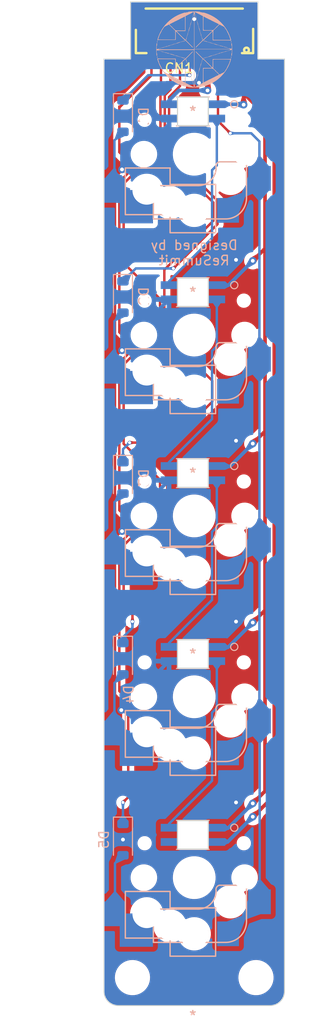
<source format=kicad_pcb>
(kicad_pcb (version 20221018) (generator pcbnew)
  (layers (0 "F.Cu" signal) (31 "B.Cu" signal) (34 "B.Paste" user) (35 "F.Paste" user) (36 "B.SilkS" user "B.Silkscreen") (37 "F.SilkS" user "F.Silkscreen") (38 "B.Mask" user) (39 "F.Mask" user) (44 "Edge.Cuts" user))
  (net 0 "")
  (net 1 "Net-(D1-A)")
  (net 2 "Net-(D2-A)")
  (net 3 "Net-(D3-A)")
  (net 4 "Net-(D4-A)")
  (net 5 "Net-(SW1B-DOUT)")
  (net 6 "GND")
  (net 7 "Net-(SW2B-DOUT)")
  (net 8 "Net-(SW3B-DOUT)")
  (net 9 "/Row1")
  (net 10 "/Row2")
  (net 11 "/Row3")
  (net 12 "/Row4")
  (net 13 "/RGB_In")
  (net 14 "/Col_In")
  (net 15 "/V+")
  (net 16 "/RGB_Out")
  (net 17 "/Row5")
  (net 18 "Net-(D5-A)")
  (net 19 "Net-(SW4B-DOUT)")
  (footprint "Seismos-libs:Switch_SK6812-E_Diode" (layer "F.Cu") (at 47 60)
    (fp_text reference "SW2" (at -0.142 -0.388 unlocked) (layer "F.SilkS"))
    (fp_text value "Switch_SK6812-E_Diode")
    (fp_text user "*" (at -0.15 -4.4958) (layer "B.SilkS") (effects (justify mirror)))
    (fp_rect (start -1.762 -5.9914) (end 1.478 -3.0046) (stroke (width 0.12)) (fill none) (layer "Edge.Cuts"))
    (pad "" np_thru_hole circle (at -5.3 0) (size 2.3 2.3) (drill 2.3) (layers "*.Cu" "*.Mask"))
    (pad "" np_thru_hole circle (at -5.22 -3.6158) (size 1 1) (drill 1) (layers "*.Cu" "*.Mask"))
    (pad "" np_thru_hole circle (at -5 3.8) (size 3 3) (drill 3) (layers "*.Cu" "*.Mask"))
    (pad "" np_thru_hole circle (at -2.54 5.08) (size 3 3) (drill 3) (layers "*.Cu" "*.Mask"))
    (pad "" np_thru_hole circle (at 0 0) (size 4 4) (drill 4) (layers "*.Cu" "*.Mask"))
    (pad "" np_thru_hole circle (at 0 5.9) (size 3 3) (drill 3) (layers "*.Cu" "*.Mask"))
    (pad "" np_thru_hole circle (at 3.81 2.54) (size 3 3) (drill 3) (layers "*.Cu" "*.Mask"))
    (pad "" np_thru_hole circle (at 5.22 -3.6158) (size 1 1) (drill 1) (layers "*.Cu" "*.Mask"))
    (pad "" np_thru_hole circle (at 5.3 0) (size 2.3 2.3) (drill 2.3) (layers "*.Cu" "*.Mask"))
    (pad "+1" smd rect (at 2.378 -5.2451) (size 1.75 0.8128) (layers "B.Cu" "B.Paste" "B.Mask") (net 15 "/V+"))
    (pad "CHOC1" smd rect (at -8.34 3.8) (size 2.3 2.6) (layers "B.Cu" "B.Paste" "B.Mask") (net 2 "Net-(D2-A)"))
    (pad "CHOC2" smd rect (at 3.56 5.9) (size 2.3 2.6) (layers "B.Cu" "B.Paste" "B.Mask") (net 14 "/Col_In"))
    (pad "DI1" smd rect (at -2.6519 -5.2451) (size 1.75 0.8128) (layers "B.Cu" "B.Paste" "B.Mask") (net 5 "Net-(SW1B-DOUT)"))
    (pad "DO1" smd rect (at 2.378 -3.7465) (size 1.75 0.8128) (layers "B.Cu" "B.Paste" "B.Mask") (net 7 "Net-(SW2B-DOUT)"))
    (pad "GND" smd rect (at -2.6519 -3.7465) (size 1.75 0.8128) (layers "B.Cu" "B.Paste" "B.Mask") (net 6 "GND"))
    (pad "MX1" smd rect (at -6.09 5.515) (size 3.5 3.5) (layers "B.Cu" "B.Paste" "B.Mask") (net 2 "Net-(D2-A)"))
    (pad "MX2" smd rect (at 6.86 2.54) (size 2.4 2.6) (layers "B.Cu" "B.Paste" "B.Mask") (net 14 "/Col_In"))
  )
  (footprint "Seismos-libs:Switch_SK6812-E_Diode" (layer "F.Cu") (at 47 41)
    (fp_text reference "SW1" (at -0.142 -0.388 unlocked) (layer "F.SilkS"))
    (fp_text value "Switch_SK6812-E_Diode")
    (fp_text user "*" (at -0.15 -4.4958) (layer "B.SilkS") (effects (justify mirror)))
    (fp_rect (start -1.762 -5.9914) (end 1.478 -3.0046) (stroke (width 0.12)) (fill none) (layer "Edge.Cuts"))
    (pad "" np_thru_hole circle (at -5.3 0) (size 2.3 2.3) (drill 2.3) (layers "*.Cu" "*.Mask"))
    (pad "" np_thru_hole circle (at -5.22 -3.6158) (size 1 1) (drill 1) (layers "*.Cu" "*.Mask"))
    (pad "" np_thru_hole circle (at -5 3.8) (size 3 3) (drill 3) (layers "*.Cu" "*.Mask"))
    (pad "" np_thru_hole circle (at -2.54 5.08) (size 3 3) (drill 3) (layers "*.Cu" "*.Mask"))
    (pad "" np_thru_hole circle (at 0 0) (size 4 4) (drill 4) (layers "*.Cu" "*.Mask"))
    (pad "" np_thru_hole circle (at 0 5.9) (size 3 3) (drill 3) (layers "*.Cu" "*.Mask"))
    (pad "" np_thru_hole circle (at 3.81 2.54) (size 3 3) (drill 3) (layers "*.Cu" "*.Mask"))
    (pad "" np_thru_hole circle (at 5.22 -3.6158) (size 1 1) (drill 1) (layers "*.Cu" "*.Mask"))
    (pad "" np_thru_hole circle (at 5.3 0) (size 2.3 2.3) (drill 2.3) (layers "*.Cu" "*.Mask"))
    (pad "+1" smd rect (at 2.378 -5.2451) (size 1.75 0.8128) (layers "B.Cu" "B.Paste" "B.Mask") (net 15 "/V+"))
    (pad "CHOC1" smd rect (at -8.34 3.8) (size 2.3 2.6) (layers "B.Cu" "B.Paste" "B.Mask") (net 1 "Net-(D1-A)"))
    (pad "CHOC2" smd rect (at 3.56 5.9) (size 2.3 2.6) (layers "B.Cu" "B.Paste" "B.Mask") (net 14 "/Col_In"))
    (pad "DI1" smd rect (at -2.6519 -5.2451) (size 1.75 0.8128) (layers "B.Cu" "B.Paste" "B.Mask") (net 13 "/RGB_In"))
    (pad "DO1" smd rect (at 2.378 -3.7465) (size 1.75 0.8128) (layers "B.Cu" "B.Paste" "B.Mask") (net 5 "Net-(SW1B-DOUT)"))
    (pad "GND" smd rect (at -2.6519 -3.7465) (size 1.75 0.8128) (layers "B.Cu" "B.Paste" "B.Mask") (net 6 "GND"))
    (pad "MX1" smd rect (at -6.09 5.515) (size 3.5 3.5) (layers "B.Cu" "B.Paste" "B.Mask") (net 1 "Net-(D1-A)"))
    (pad "MX2" smd rect (at 6.86 2.54) (size 2.4 2.6) (layers "B.Cu" "B.Paste" "B.Mask") (net 14 "/Col_In"))
  )
  (footprint "Seismos-libs:Switch_SK6812-E_Diode" (layer "F.Cu") (at 47 79)
    (fp_text reference "SW3" (at -0.142 -0.388 unlocked) (layer "F.SilkS"))
    (fp_text value "Switch_SK6812-E_Diode")
    (fp_text user "*" (at -0.15 -4.4958) (layer "B.SilkS") (effects (justify mirror)))
    (fp_rect (start -1.762 -5.9914) (end 1.478 -3.0046) (stroke (width 0.12)) (fill none) (layer "Edge.Cuts"))
    (pad "" np_thru_hole circle (at -5.3 0) (size 2.3 2.3) (drill 2.3) (layers "*.Cu" "*.Mask"))
    (pad "" np_thru_hole circle (at -5.22 -3.6158) (size 1 1) (drill 1) (layers "*.Cu" "*.Mask"))
    (pad "" np_thru_hole circle (at -5 3.8) (size 3 3) (drill 3) (layers "*.Cu" "*.Mask"))
    (pad "" np_thru_hole circle (at -2.54 5.08) (size 3 3) (drill 3) (layers "*.Cu" "*.Mask"))
    (pad "" np_thru_hole circle (at 0 0) (size 4 4) (drill 4) (layers "*.Cu" "*.Mask"))
    (pad "" np_thru_hole circle (at 0 5.9) (size 3 3) (drill 3) (layers "*.Cu" "*.Mask"))
    (pad "" np_thru_hole circle (at 3.81 2.54) (size 3 3) (drill 3) (layers "*.Cu" "*.Mask"))
    (pad "" np_thru_hole circle (at 5.22 -3.6158) (size 1 1) (drill 1) (layers "*.Cu" "*.Mask"))
    (pad "" np_thru_hole circle (at 5.3 0) (size 2.3 2.3) (drill 2.3) (layers "*.Cu" "*.Mask"))
    (pad "+1" smd rect (at 2.378 -5.2451) (size 1.75 0.8128) (layers "B.Cu" "B.Paste" "B.Mask") (net 15 "/V+"))
    (pad "CHOC1" smd rect (at -8.34 3.8) (size 2.3 2.6) (layers "B.Cu" "B.Paste" "B.Mask") (net 3 "Net-(D3-A)"))
    (pad "CHOC2" smd rect (at 3.56 5.9) (size 2.3 2.6) (layers "B.Cu" "B.Paste" "B.Mask") (net 14 "/Col_In"))
    (pad "DI1" smd rect (at -2.6519 -5.2451) (size 1.75 0.8128) (layers "B.Cu" "B.Paste" "B.Mask") (net 7 "Net-(SW2B-DOUT)"))
    (pad "DO1" smd rect (at 2.378 -3.7465) (size 1.75 0.8128) (layers "B.Cu" "B.Paste" "B.Mask") (net 8 "Net-(SW3B-DOUT)"))
    (pad "GND" smd rect (at -2.6519 -3.7465) (size 1.75 0.8128) (layers "B.Cu" "B.Paste" "B.Mask") (net 6 "GND"))
    (pad "MX1" smd rect (at -6.09 5.515) (size 3.5 3.5) (layers "B.Cu" "B.Paste" "B.Mask") (net 3 "Net-(D3-A)"))
    (pad "MX2" smd rect (at 6.86 2.54) (size 2.4 2.6) (layers "B.Cu" "B.Paste" "B.Mask") (net 14 "/Col_In"))
  )
  (footprint "Seismos-libs:Switch_SK6812-E_Diode" (layer "F.Cu") (at 47 98)
    (fp_text reference "SW4" (at -0.142 -0.388 unlocked) (layer "F.SilkS"))
    (fp_text value "Switch_SK6812-E_Diode")
    (fp_text user "*" (at -0.15 -4.4958) (layer "B.SilkS") (effects (justify mirror)))
    (fp_rect (start -1.762 -5.9914) (end 1.478 -3.0046) (stroke (width 0.12)) (fill none) (layer "Edge.Cuts"))
    (pad "" np_thru_hole circle (at -5.3 0) (size 2.3 2.3) (drill 2.3) (layers "*.Cu" "*.Mask"))
    (pad "" np_thru_hole circle (at -5.22 -3.6158) (size 1 1) (drill 1) (layers "*.Cu" "*.Mask"))
    (pad "" np_thru_hole circle (at -5 3.8) (size 3 3) (drill 3) (layers "*.Cu" "*.Mask"))
    (pad "" np_thru_hole circle (at -2.54 5.08) (size 3 3) (drill 3) (layers "*.Cu" "*.Mask"))
    (pad "" np_thru_hole circle (at 0 0) (size 4 4) (drill 4) (layers "*.Cu" "*.Mask"))
    (pad "" np_thru_hole circle (at 0 5.9) (size 3 3) (drill 3) (layers "*.Cu" "*.Mask"))
    (pad "" np_thru_hole circle (at 3.81 2.54) (size 3 3) (drill 3) (layers "*.Cu" "*.Mask"))
    (pad "" np_thru_hole circle (at 5.22 -3.6158) (size 1 1) (drill 1) (layers "*.Cu" "*.Mask"))
    (pad "" np_thru_hole circle (at 5.3 0) (size 2.3 2.3) (drill 2.3) (layers "*.Cu" "*.Mask"))
    (pad "+1" smd rect (at 2.378 -5.2451) (size 1.75 0.8128) (layers "B.Cu" "B.Paste" "B.Mask") (net 15 "/V+"))
    (pad "CHOC1" smd rect (at -8.34 3.8) (size 2.3 2.6) (layers "B.Cu" "B.Paste" "B.Mask") (net 4 "Net-(D4-A)"))
    (pad "CHOC2" smd rect (at 3.56 5.9) (size 2.3 2.6) (layers "B.Cu" "B.Paste" "B.Mask") (net 14 "/Col_In"))
    (pad "DI1" smd rect (at -2.6519 -5.2451) (size 1.75 0.8128) (layers "B.Cu" "B.Paste" "B.Mask") (net 8 "Net-(SW3B-DOUT)"))
    (pad "DO1" smd rect (at 2.378 -3.7465) (size 1.75 0.8128) (layers "B.Cu" "B.Paste" "B.Mask") (net 19 "Net-(SW4B-DOUT)"))
    (pad "GND" smd rect (at -2.6519 -3.7465) (size 1.75 0.8128) (layers "B.Cu" "B.Paste" "B.Mask") (net 6 "GND"))
    (pad "MX1" smd rect (at -6.09 5.515) (size 3.5 3.5) (layers "B.Cu" "B.Paste" "B.Mask") (net 4 "Net-(D4-A)"))
    (pad "MX2" smd rect (at 6.86 2.54) (size 2.4 2.6) (layers "B.Cu" "B.Paste" "B.Mask") (net 14 "/Col_In"))
  )
  (footprint "Seismos-libs:CONN-SMD_10P-P1.00_SM10B-SRSS-TB-LF-SN" (layer "F.Cu") (at 47 26.4 180)
    (fp_text reference "CN1" (at 0 -5.555) (layer "F.SilkS") (effects (justify right)))
    (fp_text value "SM10B-SRSS-TB_(LF)(SN)")
    (pad "1" smd rect (at -4.5 -4.286 180) (size 0.6 1.7) (layers "F.Cu" "F.Paste" "F.Mask") (net 16 "/RGB_Out"))
    (pad "2" smd rect (at -3.5 -4.286 180) (size 0.6 1.7) (layers "F.Cu" "F.Paste" "F.Mask") (net 15 "/V+"))
    (pad "3" smd rect (at -2.5 -4.285 180) (size 0.6 1.7) (layers "F.Cu" "F.Paste" "F.Mask") (net 14 "/Col_In"))
    (pad "4" smd rect (at -1.5 -4.285 180) (size 0.6 1.7) (layers "F.Cu" "F.Paste" "F.Mask") (net 13 "/RGB_In"))
    (pad "5" smd rect (at -0.5 -4.285 180) (size 0.6 1.7) (layers "F.Cu" "F.Paste" "F.Mask") (net 6 "GND"))
    (pad "6" smd rect (at 0.5 -4.285 180) (size 0.6 1.7) (layers "F.Cu" "F.Paste" "F.Mask") (net 9 "/Row1"))
    (pad "7" smd rect (at 1.5 -4.285 180) (size 0.6 1.7) (layers "F.Cu" "F.Paste" "F.Mask") (net 10 "/Row2"))
    (pad "8" smd rect (at 2.5 -4.285 180) (size 0.6 1.7) (layers "F.Cu" "F.Paste" "F.Mask") (net 11 "/Row3"))
    (pad "9" smd rect (at 3.5 -4.285 180) (size 0.6 1.7) (layers "F.Cu" "F.Paste" "F.Mask") (net 12 "/Row4"))
    (pad "10" smd rect (at 4.5 -4.285 180) (size 0.6 1.7) (layers "F.Cu" "F.Paste" "F.Mask") (net 17 "/Row5"))
    (pad "S1" smd rect (at -5.8 -0.41 180) (size 1.2 1.8) (layers "F.Cu" "F.Paste" "F.Mask") (net 6 "GND"))
    (pad "S2" smd rect (at 5.8 -0.41 180) (size 1.2 1.8) (layers "F.Cu" "F.Paste" "F.Mask") (net 6 "GND"))
  )
  (footprint "Seismos-libs:Hole_M3_3.2mm" (layer "F.Cu") (at 53.5 127.5)
    (fp_text reference "REF**")
    (fp_text value "Hole_M3_3.2mm")
    (pad "" np_thru_hole circle (at 0 0) (size 3.2 3.2) (drill 3.2) (layers "F&B.Cu" "*.Mask"))
  )
  (footprint "Seismos-libs:Hole_M3_3.2mm" (layer "F.Cu") (at 40.5 127.5)
    (fp_text reference "REF**")
    (fp_text value "Hole_M3_3.2mm")
    (pad "" np_thru_hole circle (at 0 0) (size 3.2 3.2) (drill 3.2) (layers "F&B.Cu" "*.Mask"))
  )
  (footprint "Seismos-libs:Switch_SK6812-E_Diode" (layer "F.Cu") (at 47 117)
    (fp_text reference "SW5" (at -0.142 -0.388 unlocked) (layer "F.SilkS"))
    (fp_text value "Switch_SK6812-E_Diode")
    (fp_text user "*" (at -0.15 14.5042) (layer "B.SilkS") (effects (justify mirror)))
    (fp_rect (start -1.762 -5.9914) (end 1.478 -3.0046) (stroke (width 0.12)) (fill none) (layer "Edge.Cuts"))
    (pad "" np_thru_hole circle (at -5.3 0) (size 2.3 2.3) (drill 2.3) (layers "*.Cu" "*.Mask"))
    (pad "" np_thru_hole circle (at -5.22 -3.6158) (size 1 1) (drill 1) (layers "*.Cu" "*.Mask"))
    (pad "" np_thru_hole circle (at -5 3.8) (size 3 3) (drill 3) (layers "*.Cu" "*.Mask"))
    (pad "" np_thru_hole circle (at -2.54 5.08) (size 3 3) (drill 3) (layers "*.Cu" "*.Mask"))
    (pad "" np_thru_hole circle (at 0 0) (size 4 4) (drill 4) (layers "*.Cu" "*.Mask"))
    (pad "" np_thru_hole circle (at 0 5.9) (size 3 3) (drill 3) (layers "*.Cu" "*.Mask"))
    (pad "" np_thru_hole circle (at 3.81 2.54) (size 3 3) (drill 3) (layers "*.Cu" "*.Mask"))
    (pad "" np_thru_hole circle (at 5.22 -3.6158) (size 1 1) (drill 1) (layers "*.Cu" "*.Mask"))
    (pad "" np_thru_hole circle (at 5.3 0) (size 2.3 2.3) (drill 2.3) (layers "*.Cu" "*.Mask"))
    (pad "+1" smd rect (at 2.378 -5.2451) (size 1.75 0.8128) (layers "B.Cu" "B.Paste" "B.Mask") (net 15 "/V+"))
    (pad "CHOC1" smd rect (at -8.34 3.8) (size 2.3 2.6) (layers "B.Cu" "B.Paste" "B.Mask") (net 18 "Net-(D5-A)"))
    (pad "CHOC2" smd rect (at 3.56 5.9) (size 2.3 2.6) (layers "B.Cu" "B.Paste" "B.Mask") (net 14 "/Col_In"))
    (pad "DI1" smd rect (at -2.6519 -5.2451) (size 1.75 0.8128) (layers "B.Cu" "B.Paste" "B.Mask") (net 19 "Net-(SW4B-DOUT)"))
    (pad "DO1" smd rect (at 2.378 -3.7465) (size 1.75 0.8128) (layers "B.Cu" "B.Paste" "B.Mask") (net 16 "/RGB_Out"))
    (pad "GND" smd rect (at -2.6519 -3.7465) (size 1.75 0.8128) (layers "B.Cu" "B.Paste" "B.Mask"))
    (pad "MX1" smd rect (at -6.09 5.515) (size 3.5 3.5) (layers "B.Cu" "B.Paste" "B.Mask") (net 18 "Net-(D5-A)"))
    (pad "MX2" smd rect (at 6.86 2.54) (size 2.4 2.6) (layers "B.Cu" "B.Paste" "B.Mask") (net 14 "/Col_In"))
  )
  (footprint "Diode_SMD:D_SOD-123" (layer "B.Cu") (at 39.5 56 -90)
    (fp_text reference "D2" (at -0.08 -2.2 -270) (layer "B.SilkS") (effects (justify mirror)))
    (fp_text value "1N4148W" hide)
    (pad "1" smd roundrect (at -1.65 0 270) (size 0.9 1.2) (layers "B.Cu" "B.Paste" "B.Mask") (net 10 "/Row2"))
    (pad "2" smd roundrect (at 1.65 0 270) (size 0.9 1.2) (layers "B.Cu" "B.Paste" "B.Mask") (net 2 "Net-(D2-A)"))
  )
  (footprint "Diode_SMD:D_SOD-123" (layer "B.Cu") (at 39.5 94 -90)
    (fp_text reference "D4" (at 3.75 -0.6 -270) (layer "B.SilkS") (effects (justify mirror)))
    (fp_text value "1N4148W" hide)
    (pad "1" smd roundrect (at -1.65 0 270) (size 0.9 1.2) (layers "B.Cu" "B.Paste" "B.Mask") (net 12 "/Row4"))
    (pad "2" smd roundrect (at 1.65 0 270) (size 0.9 1.2) (layers "B.Cu" "B.Paste" "B.Mask") (net 4 "Net-(D4-A)"))
  )
  (footprint "Diode_SMD:D_SOD-123" (layer "B.Cu") (at 39.5 37 -90)
    (fp_text reference "D1" (at 0.02 -2.19 -270) (layer "B.SilkS") (effects (justify mirror)))
    (fp_text value "1N4148W" hide)
    (pad "1" smd roundrect (at -1.65 0 270) (size 0.9 1.2) (layers "B.Cu" "B.Paste" "B.Mask") (net 9 "/Row1"))
    (pad "2" smd roundrect (at 1.65 0 270) (size 0.9 1.2) (layers "B.Cu" "B.Paste" "B.Mask") (net 1 "Net-(D1-A)"))
  )
  (footprint "Diode_SMD:D_SOD-123" (layer "B.Cu") (at 39.5 113 -90)
    (fp_text reference "D5" (at 0 2 90) (layer "B.SilkS") (effects (justify mirror)))
    (fp_text value "1N4148W")
    (pad "1" smd roundrect (at -1.65 0 270) (size 0.9 1.2) (layers "B.Cu" "B.Paste" "B.Mask") (net 17 "/Row5"))
    (pad "2" smd roundrect (at 1.65 0 270) (size 0.9 1.2) (layers "B.Cu" "B.Paste" "B.Mask") (net 18 "Net-(D5-A)"))
  )
  (footprint "Seismos-libs:ReSummit_Logo" (layer "B.Cu") (at 47 30 180)
    (fp_text reference "G***" hide)
    (fp_text value "LOGO" hide)
  )
  (footprint "Diode_SMD:D_SOD-123" (layer "B.Cu") (at 39.5 75 -90)
    (fp_text reference "D3" (at 0.02 -2.2 -270) (layer "B.SilkS") (effects (justify mirror)))
    (fp_text value "1N4148W" hide)
    (pad "1" smd roundrect (at -1.65 0 270) (size 0.9 1.2) (layers "B.Cu" "B.Paste" "B.Mask") (net 11 "/Row3"))
    (pad "2" smd roundrect (at 1.65 0 270) (size 0.9 1.2) (layers "B.Cu" "B.Paste" "B.Mask") (net 3 "Net-(D3-A)"))
  )
  (gr_line (start 37.5 128.93934) (end 37.5 31) (stroke (width 0.1)) (layer "Edge.Cuts"))
  (gr_line (start 55 130.43934) (end 39 130.43934) (stroke (width 0.1)) (layer "Edge.Cuts"))
  (gr_arc (start 39 130.43934) (mid 37.939326 130.000003) (end 37.5 128.93934) (stroke (width 0.1)) (layer "Edge.Cuts"))
  (gr_line locked (start 40.3 25) (end 40.3 31) (stroke (width 0.1)) (layer "Edge.Cuts"))
  (gr_line (start 37.5 31) (end 40.3 31) (stroke (width 0.1)) (layer "Edge.Cuts"))
  (gr_line (start 56.5 31) (end 53.7 31) (stroke (width 0.1)) (layer "Edge.Cuts"))
  (gr_arc (start 56.5 128.93934) (mid 56.060646 129.999974) (end 55 130.43934) (stroke (width 0.1)) (layer "Edge.Cuts"))
  (gr_line (start 56.5 31) (end 56.5 128.93934) (stroke (width 0.1)) (layer "Edge.Cuts"))
  (gr_line (start 53.7 31) (end 53.7 25) (stroke (width 0.1)) (layer "Edge.Cuts"))
  (gr_line (start 40.3 25) (end 53.7 25) (stroke (width 0.1)) (layer "Edge.Cuts"))
  (gr_text "Designed by\nReSummit" (at 47 52.75) (layer "B.SilkS") (effects (font (size 1 1)) (justify bottom mirror)))
  (segment (start 38.6 39.55) (end 38.6 44.205) (width 0.254) (layer "B.Cu") (net 1))
  (segment (start 39.5 38.65) (end 38.6 39.55) (width 0.254) (layer "B.Cu") (net 1))
  (segment (start 38.6 44.205) (end 40.91 46.515) (width 0.254) (layer "B.Cu") (net 1))
  (segment (start 38.6 58.55) (end 38.6 63.205) (width 0.254) (layer "B.Cu") (net 2))
  (segment (start 38.6 63.205) (end 40.91 65.515) (width 0.254) (layer "B.Cu") (net 2))
  (segment (start 39.5 57.65) (end 38.6 58.55) (width 0.254) (layer "B.Cu") (net 2))
  (segment (start 39.5 76.65) (end 38.6 77.55) (width 0.254) (layer "B.Cu") (net 3))
  (segment (start 38.6 77.55) (end 38.6 82.205) (width 0.254) (layer "B.Cu") (net 3))
  (segment (start 38.6 82.205) (end 40.91 84.515) (width 0.254) (layer "B.Cu") (net 3))
  (segment (start 38.6 101.205) (end 40.91 103.515) (width 0.254) (layer "B.Cu") (net 4))
  (segment (start 38.6 96.55) (end 38.6 101.205) (width 0.254) (layer "B.Cu") (net 4))
  (segment (start 39.5 95.65) (end 38.6 96.55) (width 0.254) (layer "B.Cu") (net 4))
  (segment (start 49.378 42.172) (end 48.877 42.673) (width 0.254) (layer "B.Cu") (net 5))
  (segment (start 49.378 37.2535) (end 49.378 42.172) (width 0.254) (layer "B.Cu") (net 5))
  (segment (start 44.3481 54.3485) (end 44.3481 54.7549) (width 0.254) (layer "B.Cu") (net 5))
  (segment (start 48.877 42.673) (end 48.877 49.8196) (width 0.254) (layer "B.Cu") (net 5))
  (segment (start 48.877 49.8196) (end 44.3481 54.3485) (width 0.254) (layer "B.Cu") (net 5))
  (segment (start 38.6 44.3) (end 38.6 60) (width 0.381) (layer "F.Cu") (net 6))
  (segment (start 41.2 26.81) (end 52.8 26.81) (width 0.381) (layer "F.Cu") (net 6))
  (segment (start 39.4 80.6) (end 39.4 79.6) (width 0.381) (layer "F.Cu") (net 6))
  (segment (start 47.5 30.685) (end 47.5 27.31) (width 0.381) (layer "F.Cu") (net 6))
  (segment (start 39.4 79.6) (end 38.6 78.8) (width 0.381) (layer "F.Cu") (net 6))
  (segment (start 38.6 60) (end 38.6 77.45) (width 0.381) (layer "F.Cu") (net 6))
  (segment (start 38.6 77.45) (end 38.6 78.8) (width 0.381) (layer "F.Cu") (net 6))
  (segment (start 39.3265 98.5265) (end 38.6 97.8) (width 0.381) (layer "F.Cu") (net 6))
  (segment (start 38.6 97.8) (end 38.6 78.8) (width 0.381) (layer "F.Cu") (net 6))
  (segment (start 38.6 44.3) (end 38.6 43.4) (width 0.381) (layer "F.Cu") (net 6))
  (segment (start 47.5 27.31) (end 47 26.81) (width 0.381) (layer "F.Cu") (net 6))
  (segment (start 39.4 60.8) (end 38.6 60) (width 0.381) (layer "F.Cu") (net 6))
  (segment (start 47.5 33.5) (end 47.5 30.685) (width 0.381) (layer "F.Cu") (net 6))
  (segment (start 39.4 61.6) (end 39.4 60.8) (width 0.381) (layer "F.Cu") (net 6))
  (segment (start 39.3265 99.4) (end 39.3265 98.5265) (width 0.381) (layer "F.Cu") (net 6))
  (segment (start 38.6 43.4) (end 39.4 42.6) (width 0.381) (layer "F.Cu") (net 6))
  (via (at 39.5 113) (size 0.8) (drill 0.4) (layers "F.Cu" "B.Cu") (net 6))
  (via (at 51.4 52.1) (size 0.8) (drill 0.4) (layers "F.Cu" "B.Cu") (net 6))
  (via (at 51.4 109.1) (size 0.8) (drill 0.4) (layers "F.Cu" "B.Cu") (net 6))
  (via (at 47.5 33.5) (size 0.8) (drill 0.4) (layers "F.Cu" "B.Cu") (net 6))
  (via (at 47 26.81) (size 0.8) (drill 0.4) (layers "F.Cu" "B.Cu") (net 6))
  (via (at 51.4 71.1) (size 0.8) (drill 0.4) (layers "F.Cu" "B.Cu") (net 6))
  (via (at 51.4 90.1) (size 0.8) (drill 0.4) (layers "F.Cu" "B.Cu") (net 6))
  (via (at 39.4 42.6) (size 0.8) (drill 0.4) (layers "F.Cu" "B.Cu") (net 6))
  (via (at 39.4 61.6) (size 0.8) (drill 0.4) (layers "F.Cu" "B.Cu") (net 6))
  (via (at 39.4 80.6) (size 0.8) (drill 0.4) (layers "F.Cu" "B.Cu") (net 6))
  (via (at 39.3265 99.4) (size 0.8) (drill 0.4) (layers "F.Cu" "B.Cu") (net 6))
  (segment (start 41.05 77.025) (end 39.4 78.675) (width 0.381) (layer "B.Cu") (net 6))
  (segment (start 44.1 33.5) (end 42.5 35.1) (width 0.381) (layer "B.Cu") (net 6))
  (segment (start 44.3481 37.8519) (end 43.175 39.025) (width 0.381) (layer "B.Cu") (net 6))
  (segment (start 39.3265 97.7485) (end 41.05 96.025) (width 0.381) (layer "B.Cu") (net 6))
  (segment (start 43.175 39.025) (end 41.05 39.025) (width 0.381) (layer "B.Cu") (net 6))
  (segment (start 39.4 59.675) (end 39.4 61.4) (width 0.381) (layer "B.Cu") (net 6))
  (segment (start 39.3265 99.4) (end 39.3265 97.7485) (width 0.381) (layer "B.Cu") (net 6))
  (segment (start 41.05 58.025) (end 39.4 59.675) (width 0.381) (layer "B.Cu") (net 6))
  (segment (start 42.5766 58.025) (end 41.05 58.025) (width 0.381) (layer "B.Cu") (net 6))
  (segment (start 44.3481 37.2535) (end 44.3481 37.8519) (width 0.381) (layer "B.Cu") (net 6))
  (segment (start 42.5 35.1) (end 42.5 36.2804) (width 0.381) (layer "B.Cu") (net 6))
  (segment (start 42.5 36.2804) (end 43.4731 37.2535) (width 0.381) (layer "B.Cu") (net 6))
  (segment (start 43.4731 37.2535) (end 44.3481 37.2535) (width 0.381) (layer "B.Cu") (net 6))
  (segment (start 42.5766 77.025) (end 41.05 77.025) (width 0.381) (layer "B.Cu") (net 6))
  (segment (start 41.05 96.025) (end 42.5766 96.025) (width 0.381) (layer "B.Cu") (net 6))
  (segment (start 39.4 78.675) (end 39.4 80.4) (width 0.381) (layer "B.Cu") (net 6))
  (segment (start 39.4 40.675) (end 39.4 42.4) (width 0.381) (layer "B.Cu") (net 6))
  (segment (start 44.3481 56.2535) (end 42.5766 58.025) (width 0.381) (layer "B.Cu") (net 6))
  (segment (start 41.05 39.025) (end 39.4 40.675) (width 0.381) (layer "B.Cu") (net 6))
  (segment (start 47.5 33.5) (end 44.1 33.5) (width 0.381) (layer "B.Cu") (net 6))
  (segment (start 44.3481 75.2535) (end 42.5766 77.025) (width 0.381) (layer "B.Cu") (net 6))
  (segment (start 42.5766 96.025) (end 44.3481 94.2535) (width 0.381) (layer "B.Cu") (net 6))
  (segment (start 44.3481 73.3485) (end 44.3481 73.7549) (width 0.254) (layer "B.Cu") (net 7))
  (segment (start 49.378 56.2535) (end 49.378 61.172) (width 0.254) (layer "B.Cu") (net 7))
  (segment (start 49.378 61.172) (end 48.877 61.673) (width 0.254) (layer "B.Cu") (net 7))
  (segment (start 48.877 61.673) (end 48.877 68.8196) (width 0.254) (layer "B.Cu") (net 7))
  (segment (start 48.877 68.8196) (end 44.3481 73.3485) (width 0.254) (layer "B.Cu") (net 7))
  (segment (start 44.3481 92.3485) (end 44.3481 92.7549) (width 0.254) (layer "B.Cu") (net 8))
  (segment (start 48.877 80.673) (end 48.877 87.8196) (width 0.254) (layer "B.Cu") (net 8))
  (segment (start 48.877 87.8196) (end 44.3481 92.3485) (width 0.254) (layer "B.Cu") (net 8))
  (segment (start 49.378 80.172) (end 48.877 80.673) (width 0.254) (layer "B.Cu") (net 8))
  (segment (start 49.378 75.2535) (end 49.378 80.172) (width 0.254) (layer "B.Cu") (net 8))
  (segment (start 46.5 32.7) (end 46.5 30.685) (width 0.254) (layer "F.Cu") (net 9))
  (via (at 46.5 32.7) (size 0.4) (drill 0.3) (layers "F.Cu" "B.Cu") (net 9))
  (segment (start 42.15 32.7) (end 39.5 35.35) (width 0.254) (layer "B.Cu") (net 9))
  (segment (start 46.5 32.7) (end 42.15 32.7) (width 0.254) (layer "B.Cu") (net 9))
  (segment (start 49.454 48.346) (end 49.454 45.884709) (width 0.254) (layer "F.Cu") (net 10))
  (segment (start 44.354 42.211948) (end 44.354 34.994725) (width 0.254) (layer "F.Cu") (net 10))
  (segment (start 45.5 33.848725) (end 45.5 30.685) (width 0.254) (layer "F.Cu") (net 10))
  (segment (start 44.354 34.994725) (end 45.5 33.848725) (width 0.254) (layer "F.Cu") (net 10))
  (segment (start 49.454 45.884709) (end 47.415291 43.846) (width 0.254) (layer "F.Cu") (net 10))
  (segment (start 47.415291 43.846) (end 45.988052 43.846) (width 0.254) (layer "F.Cu") (net 10))
  (segment (start 45.988052 43.846) (end 44.354 42.211948) (width 0.254) (layer "F.Cu") (net 10))
  (segment (start 44.8 53) (end 49.454 48.346) (width 0.254) (layer "F.Cu") (net 10))
  (via (at 44.8 53) (size 0.4) (drill 0.3) (layers "F.Cu" "B.Cu") (net 10))
  (segment (start 39.5 54.35) (end 40.85 53) (width 0.254) (layer "B.Cu") (net 10))
  (segment (start 40.85 53) (end 44.8 53) (width 0.254) (layer "B.Cu") (net 10))
  (segment (start 48.9 67) (end 48.9 64.8) (width 0.254) (layer "F.Cu") (net 11))
  (segment (start 44.6 71.3) (end 48.9 67) (width 0.254) (layer "F.Cu") (net 11))
  (segment (start 49 46.072761) (end 47.227239 44.3) (width 0.254) (layer "F.Cu") (net 11))
  (segment (start 43.854 61.354) (end 43.854 53.146) (width 0.254) (layer "F.Cu") (net 11))
  (segment (start 43.9 34.806673) (end 44.5 34.206673) (width 0.254) (layer "F.Cu") (net 11))
  (segment (start 40.2 71.3) (end 44.6 71.3) (width 0.254) (layer "F.Cu") (net 11))
  (segment (start 45.7 63.2) (end 43.854 61.354) (width 0.254) (layer "F.Cu") (net 11))
  (segment (start 47.3 63.2) (end 45.7 63.2) (width 0.254) (layer "F.Cu") (net 11))
  (segment (start 43.9 42.4) (end 43.9 34.806673) (width 0.254) (layer "F.Cu") (net 11))
  (segment (start 45.8 44.3) (end 43.9 42.4) (width 0.254) (layer "F.Cu") (net 11))
  (segment (start 49 48) (end 49 46.072761) (width 0.254) (layer "F.Cu") (net 11))
  (segment (start 44.5 34.206673) (end 44.5 30.685) (width 0.254) (layer "F.Cu") (net 11))
  (segment (start 43.854 53.146) (end 49 48) (width 0.254) (layer "F.Cu") (net 11))
  (segment (start 48.9 64.8) (end 47.3 63.2) (width 0.254) (layer "F.Cu") (net 11))
  (segment (start 47.227239 44.3) (end 45.8 44.3) (width 0.254) (layer "F.Cu") (net 11))
  (via (at 40.2 71.3) (size 0.4) (drill 0.3) (layers "F.Cu" "B.Cu") (net 11))
  (segment (start 39.5 72) (end 40.2 71.3) (width 0.254) (layer "B.Cu") (net 11))
  (segment (start 39.5 73.35) (end 39.5 72) (width 0.254) (layer "B.Cu") (net 11))
  (segment (start 43.4 75.2) (end 42.3 74.1) (width 0.254) (layer "F.Cu") (net 12))
  (segment (start 43.4 79.7) (end 43.4 75.2) (width 0.254) (layer "F.Cu") (net 12))
  (segment (start 42.3 55.1) (end 42.254709 55.1) (width 0.254) (layer "F.Cu") (net 12))
  (segment (start 40.970186 80.7) (end 42.4 80.7) (width 0.254) (layer "F.Cu") (net 12))
  (segment (start 42.3 74.1) (end 42.254709 74.1) (width 0.254) (layer "F.Cu") (net 12))
  (segment (start 43.4 56.2) (end 42.3 55.1) (width 0.254) (layer "F.Cu") (net 12))
  (segment (start 42.4 42.7) (end 40.970186 42.7) (width 0.254) (layer "F.Cu") (net 12))
  (segment (start 42.4 61.7) (end 43.4 60.7) (width 0.254) (layer "F.Cu") (net 12))
  (segment (start 39.5715 69.4215) (end 39.5715 63.098686) (width 0.254) (layer "F.Cu") (net 12))
  (segment (start 39.5715 44.098686) (end 39.5715 50.4215) (width 0.254) (layer "F.Cu") (net 12))
  (segment (start 40.970186 61.7) (end 42.4 61.7) (width 0.254) (layer "F.Cu") (net 12))
  (segment (start 43.446 34.61862) (end 43.446 41.654) (width 0.254) (layer "F.Cu") (net 12))
  (segment (start 42.254709 55.1) (end 39.5715 52.416791) (width 0.254) (layer "F.Cu") (net 12))
  (segment (start 42.254709 74.1) (end 39.5715 71.416791) (width 0.254) (layer "F.Cu") (net 12))
  (segment (start 39.5715 82.098686) (end 40.970186 80.7) (width 0.254) (layer "F.Cu") (net 12))
  (segment (start 43.5 34.56462) (end 43.446 34.61862) (width 0.254) (layer "F.Cu") (net 12))
  (segment (start 40.5 89.35) (end 39.5715 88.4215) (width 0.254) (layer "F.Cu") (net 12))
  (segment (start 39.5715 71.416791) (end 39.5715 69.5) (width 0.254) (layer "F.Cu") (net 12))
  (segment (start 40.970186 42.7) (end 39.5715 44.098686) (width 0.254) (layer "F.Cu") (net 12))
  (segment (start 43.4 60.7) (end 43.4 56.2) (width 0.254) (layer "F.Cu") (net 12))
  (segment (start 43.446 41.654) (end 42.4 42.7) (width 0.254) (layer "F.Cu") (net 12))
  (segment (start 42.4 80.7) (end 43.4 79.7) (width 0.254) (layer "F.Cu") (net 12))
  (segment (start 39.5715 63.098686) (end 40.970186 61.7) (width 0.254) (layer "F.Cu") (net 12))
  (segment (start 40.5 90.1) (end 40.5 89.35) (width 0.254) (layer "F.Cu") (net 12))
  (segment (start 39.5715 88.4215) (end 39.5715 82.098686) (width 0.254) (layer "F.Cu") (net 12))
  (segment (start 39.5715 52.416791) (end 39.5715 50.5) (width 0.254) (layer "F.Cu") (net 12))
  (segment (start 43.5 30.685) (end 43.5 34.56462) (width 0.254) (layer "F.Cu") (net 12))
  (via (at 40.5 90.1) (size 0.4) (drill 0.3) (layers "F.Cu" "B.Cu") (net 12))
  (segment (start 40.5 90.75) (end 39.5 91.75) (width 0.254) (layer "B.Cu") (net 12))
  (segment (start 39.5 91.75) (end 39.5 92.35) (width 0.254) (layer "B.Cu") (net 12))
  (segment (start 40.5 90.1) (end 40.5 90.75) (width 0.254) (layer "B.Cu") (net 12))
  (segment (start 48.5 34.2) (end 48.5 30.685) (width 0.381) (layer "F.Cu") (net 13))
  (segment (start 48.4 34.3) (end 48.5 34.2) (width 0.381) (layer "F.Cu") (net 13))
  (via (at 48.4 34.3) (size 0.8) (drill 0.4) (layers "F.Cu" "B.Cu") (net 13))
  (segment (start 48.4 34.3) (end 45.3966 34.3) (width 0.381) (layer "B.Cu") (net 13))
  (segment (start 44.3481 35.3485) (end 44.3481 35.7549) (width 0.381) (layer "B.Cu") (net 13))
  (segment (start 45.3966 34.3) (end 44.3481 35.3485) (width 0.381) (layer "B.Cu") (net 13))
  (segment (start 50.8 38.8) (end 49.5 37.5) (width 0.254) (layer "F.Cu") (net 14))
  (segment (start 49.5 37.5) (end 49.5 30.685) (width 0.254) (layer "F.Cu") (net 14))
  (via (at 50.8 38.8) (size 0.4) (drill 0.3) (layers "F.Cu" "B.Cu") (net 14))
  (segment (start 50.56 122.84) (end 50.56 122.9) (width 0.254) (layer "B.Cu") (net 14))
  (segment (start 53.86 62.54) (end 53.86 81.54) (width 0.254) (layer "B.Cu") (net 14))
  (segment (start 53.86 100.6) (end 50.56 103.9) (width 0.254) (layer "B.Cu") (net 14))
  (segment (start 53.86 43.54) (end 53.86 62.54) (width 0.254) (layer "B.Cu") (net 14))
  (segment (start 53.86 62.6) (end 50.56 65.9) (width 0.254) (layer "B.Cu") (net 14))
  (segment (start 53.86 81.6) (end 50.56 84.9) (width 0.254) (layer "B.Cu") (net 14))
  (segment (start 50.8 38.8) (end 53 38.8) (width 0.254) (layer "B.Cu") (net 14))
  (segment (start 53.86 39.66) (end 53.86 43.54) (width 0.254) (layer "B.Cu") (net 14))
  (segment (start 53.86 43.6) (end 50.56 46.9) (width 0.254) (layer "B.Cu") (net 14))
  (segment (start 53 38.8) (end 53.86 39.66) (width 0.254) (layer "B.Cu") (net 14))
  (segment (start 53.8875 100.5675) (end 53.8875 119.5125) (width 0.254) (layer "B.Cu") (net 14))
  (segment (start 53.8875 119.5125) (end 53.86 119.54) (width 0.254) (layer "B.Cu") (net 14))
  (segment (start 53.86 100.54) (end 53.86 81.54) (width 0.254) (layer "B.Cu") (net 14))
  (segment (start 53.86 100.54) (end 53.86 100.6) (width 0.254) (layer "B.Cu") (net 14))
  (segment (start 53.86 100.54) (end 53.8875 100.5675) (width 0.254) (layer "B.Cu") (net 14))
  (segment (start 53.86 81.54) (end 53.86 81.6) (width 0.254) (layer "B.Cu") (net 14))
  (segment (start 53.86 119.54) (end 50.56 122.84) (width 0.254) (layer "B.Cu") (net 14))
  (segment (start 54.45 36.85) (end 54.45 88.9105) (width 0.381) (layer "F.Cu") (net 15))
  (segment (start 54.45 107.9105) (end 53.1605 109.2) (width 0.381) (layer "F.Cu") (net 15))
  (segment (start 52.2 34.6) (end 54.45 36.85) (width 0.381) (layer "F.Cu") (net 15))
  (segment (start 52.2 34.6) (end 52.2 35.8) (width 0.381) (layer "F.Cu") (net 15))
  (segment (start 54.45 70.1105) (end 53.1605 71.4) (width 0.381) (layer "F.Cu") (net 15))
  (segment (start 50.5 32.9) (end 50.5 30.686) (width 0.381) (layer "F.Cu") (net 15))
  (segment (start 53.1605 52.2) (end 54.45 50.9105) (width 0.381) (layer "F.Cu") (net 15))
  (segment (start 54.45 107.9105) (end 54.45 88.9105) (width 0.381) (layer "F.Cu") (net 15))
  (segment (start 54.45 88.9105) (end 53.1605 90.2) (width 0.381) (layer "F.Cu") (net 15))
  (segment (start 52.2 34.6) (end 50.5 32.9) (width 0.381) (layer "F.Cu") (net 15))
  (via (at 53.1605 90.2) (size 0.8) (drill 0.4) (layers "F.Cu" "B.Cu") (net 15))
  (via (at 52.2 35.8) (size 0.8) (drill 0.4) (layers "F.Cu" "B.Cu") (net 15))
  (via (at 53.1605 52.2) (size 0.8) (drill 0.4) (layers "F.Cu" "B.Cu") (net 15))
  (via (at 53.1605 71.4) (size 0.8) (drill 0.4) (layers "F.Cu" "B.Cu") (net 15))
  (via (at 53.1605 109.2) (size 0.8) (drill 0.4) (layers "F.Cu" "B.Cu") (net 15))
  (segment (start 53.1605 109.2) (end 50.5605 111.8) (width 0.381) (layer "B.Cu") (net 15))
  (segment (start 52.1549 35.7549) (end 49.378 35.7549) (width 0.381) (layer "B.Cu") (net 15))
  (segment (start 50.7605 73.8) (end 49.4 73.8) (width 0.381) (layer "B.Cu") (net 15))
  (segment (start 50.6056 54.7549) (end 49.378 54.7549) (width 0.381) (layer "B.Cu") (net 15))
  (segment (start 52.2 35.8) (end 52.1549 35.7549) (width 0.381) (layer "B.Cu") (net 15))
  (segment (start 53.1605 52.2) (end 50.6056 54.7549) (width 0.381) (layer "B.Cu") (net 15))
  (segment (start 50.5605 92.8) (end 49.4 92.8) (width 0.381) (layer "B.Cu") (net 15))
  (segment (start 50.5605 111.8) (end 49.4 111.8) (width 0.381) (layer "B.Cu") (net 15))
  (segment (start 53.1605 71.4) (end 50.7605 73.8) (width 0.381) (layer "B.Cu") (net 15))
  (segment (start 53.1605 90.2) (end 50.5605 92.8) (width 0.381) (layer "B.Cu") (net 15))
  (segment (start 53.2 110.6) (end 55.425 108.375) (width 0.381) (layer "F.Cu") (net 16))
  (segment (start 51.5 31.4) (end 51.5 30.686) (width 0.381) (layer "F.Cu") (net 16))
  (segment (start 55.425 35.325) (end 51.5 31.4) (width 0.381) (layer "F.Cu") (net 16))
  (segment (start 55.425 108.375) (end 55.425 35.325) (width 0.381) (layer "F.Cu") (net 16))
  (via (at 53.1605 110.6) (size 0.8) (drill 0.4) (layers "F.Cu" "B.Cu") (net 16))
  (segment (start 53.1605 110.6) (end 50.507 113.2535) (width 0.381) (layer "B.Cu") (net 16))
  (segment (start 50.507 113.2535) (end 49.378 113.2535) (width 0.381) (layer "B.Cu") (net 16))
  (segment (start 40.127 79.4095) (end 39.1175 78.4) (width 0.254) (layer "F.Cu") (net 17))
  (segment (start 40.127 42.901134) (end 40.127 41.795144) (width 0.254) (layer "F.Cu") (net 17))
  (segment (start 39.1175 81.910634) (end 40.127 80.901134) (width 0.254) (layer "F.Cu") (net 17))
  (segment (start 40.127 80.901134) (end 40.127 79.4095) (width 0.254) (layer "F.Cu") (net 17))
  (segment (start 39.1175 36.1) (end 39.1175 35.9825) (width 0.254) (layer "F.Cu") (net 17))
  (segment (start 39.1175 43.9) (end 39.128134 43.9) (width 0.254) (layer "F.Cu") (net 17))
  (segment (start 40.127 41.795144) (end 39.1175 40.785644) (width 0.254) (layer "F.Cu") (net 17))
  (segment (start 39.1175 36.1) (end 42.5 32.7175) (width 0.254) (layer "F.Cu") (net 17))
  (segment (start 39.1175 62.910634) (end 40.127 61.901134) (width 0.254) (layer "F.Cu") (net 17))
  (segment (start 39.1175 78.4) (end 39.1175 62.910634) (width 0.254) (layer "F.Cu") (net 17))
  (segment (start 40.0535 98.336) (end 39.1175 97.4) (width 0.254) (layer "F.Cu") (net 17))
  (segment (start 40.127 61.901134) (end 40.127 60.7095) (width 0.254) (layer "F.Cu") (net 17))
  (segment (start 39.1175 59.7) (end 39.1175 43.9) (width 0.254) (layer "F.Cu") (net 17))
  (segment (start 42.5 32.7175) (end 42.5 30.685) (width 0.254) (layer "F.Cu") (net 17))
  (segment (start 39.1175 97.4) (end 39.1175 81.910634) (width 0.254) (layer "F.Cu") (net 17))
  (segment (start 40.0535 108.5465) (end 40.0535 98.336) (width 0.254) (layer "F.Cu") (net 17))
  (segment (start 39.128134 43.9) (end 40.127 42.901134) (width 0.254) (layer "F.Cu") (net 17))
  (segment (start 39.1175 40.785644) (end 39.1175 36.1) (width 0.254) (layer "F.Cu") (net 17))
  (segment (start 39.5 109.1) (end 40.0535 108.5465) (width 0.254) (layer "F.Cu") (net 17))
  (segment (start 40.127 60.7095) (end 39.1175 59.7) (width 0.254) (layer "F.Cu") (net 17))
  (via (at 39.5 109.1) (size 0.4) (drill 0.3) (layers "F.Cu" "B.Cu") (net 17))
  (segment (start 39.5 111.35) (end 39.5 109.1) (width 0.254) (layer "B.Cu") (net 17))
  (segment (start 38.66 120.8) (end 38.66 115.49) (width 0.254) (layer "B.Cu") (net 18))
  (segment (start 38.66 115.49) (end 39.5 114.65) (width 0.254) (layer "B.Cu") (net 18))
  (segment (start 49.378 99.172) (end 48.877 99.673) (width 0.254) (layer "B.Cu") (net 19))
  (segment (start 48.877 99.673) (end 48.877 106.8196) (width 0.254) (layer "B.Cu") (net 19))
  (segment (start 49.378 94.2535) (end 49.378 99.172) (width 0.254) (layer "B.Cu") (net 19))
  (segment (start 44.3481 111.3485) (end 44.3481 111.7549) (width 0.254) (layer "B.Cu") (net 19))
  (segment (start 48.877 106.8196) (end 44.3481 111.3485) (width 0.254) (layer "B.Cu") (net 19))
  (zone (net 6) (net_name "GND") (layers "F&B.Cu") (connect_pads (clearance 0.508)) (min_thickness 0.25) (fill yes (thermal_gap 0.5) (thermal_bridge_width 0.5))
    (polygon (pts (xy 37.35 24.95) (xy 36.6 130.9) (xy 56.8 130.9) (xy 56.625 24.8)))
  )
)
</source>
